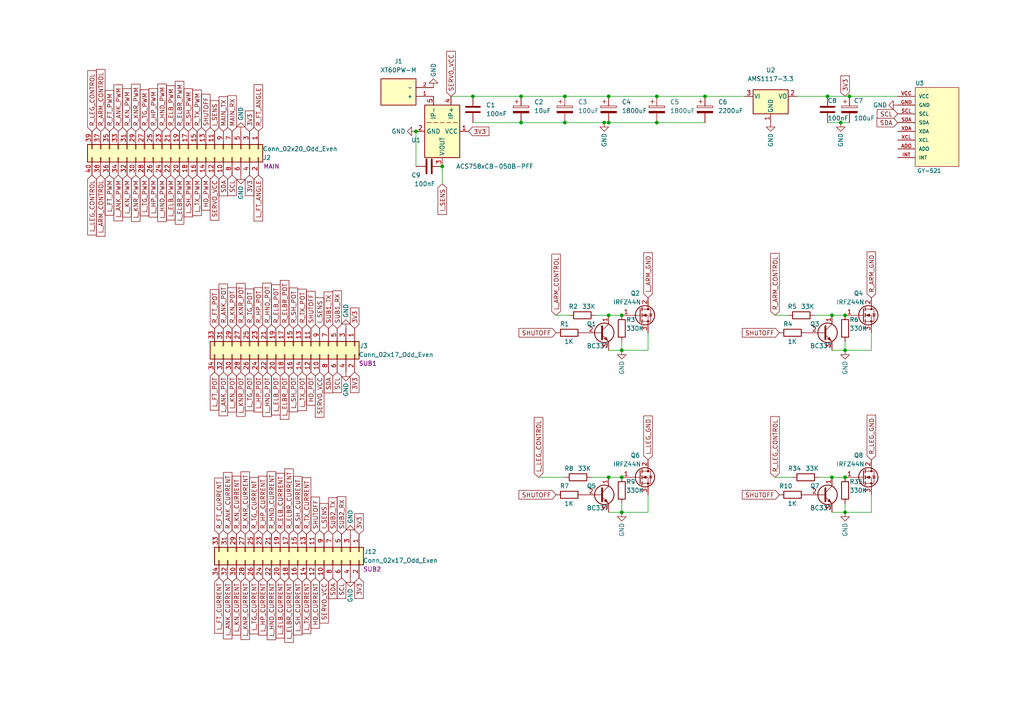
<source format=kicad_sch>
(kicad_sch (version 20230121) (generator eeschema)
  (paper "A4")
  (lib_symbols
    (symbol "Ben_modules:GY-521" (pin_names (offset 1.016))
      (property "Reference" "U" (at -5.715 13.335 0))
      (property "Value" "GY-521" (at -5.715 11.43 0))
      (symbol "GY-521_1_0"
        (rectangle (start -6.35 11.43) (end 6.35 -11.43) (fill (type background)))
      )
      (symbol "GY-521_1_1"
        (pin bidirectional line (at -11.43 -6.35 0) (length 5.08) (name "ADO") (number "ADO"))
        (pin bidirectional line (at -11.43 6.35 0) (length 5.08) (name "GND") (number "GND"))
        (pin bidirectional line (at -11.43 -8.89 0) (length 5.08) (name "INT") (number "INT"))
        (pin bidirectional line (at -11.43 3.81 0) (length 5.08) (name "SCL") (number "SCL"))
        (pin bidirectional line (at -11.43 1.27 0) (length 5.08) (name "SDA") (number "SDA"))
        (pin bidirectional line (at -11.43 8.89 0) (length 5.08) (name "VCC") (number "VCC"))
        (pin bidirectional line (at -11.43 -3.81 0) (length 5.08) (name "XCL") (number "XCL"))
        (pin bidirectional line (at -11.43 -1.27 0) (length 5.08) (name "XDA") (number "XDA"))
      )
    )
    (symbol "Ben_modules:XT60PW-M" (pin_names (offset 1.016))
      (property "Reference" "J" (at -5.08 5.7234 0))
      (property "Value" "XT60PW-M" (at -5.08 -5.0923 0))
      (symbol "XT60PW-M_0_0"
        (rectangle (start -5.08 -2.54) (end 5.08 5.08) (stroke (width 0.254)) (fill (type background)))
        (pin passive line (at -10.16 2.54 0) (length 5.08) (name "+") (number "1"))
        (pin passive line (at -10.16 0 0) (length 5.08) (name "-") (number "2"))
      )
    )
    (symbol "Connector_Generic:Conn_02x17_Odd_Even" (pin_names (offset 1.016) hide)
      (property "Reference" "J" (at 1.27 22.86 0))
      (property "Value" "Conn_02x17_Odd_Even" (at 1.27 -22.86 0))
      (symbol "Conn_02x17_Odd_Even_1_1"
        (rectangle (start -1.27 -20.193) (end 0 -20.447) (stroke (width 0.1524)))
        (rectangle (start -1.27 -17.653) (end 0 -17.907) (stroke (width 0.1524)))
        (rectangle (start -1.27 -15.113) (end 0 -15.367) (stroke (width 0.1524)))
        (rectangle (start -1.27 -12.573) (end 0 -12.827) (stroke (width 0.1524)))
        (rectangle (start -1.27 -10.033) (end 0 -10.287) (stroke (width 0.1524)))
        (rectangle (start -1.27 -7.493) (end 0 -7.747) (stroke (width 0.1524)))
        (rectangle (start -1.27 -4.953) (end 0 -5.207) (stroke (width 0.1524)))
        (rectangle (start -1.27 -2.413) (end 0 -2.667) (stroke (width 0.1524)))
        (rectangle (start -1.27 0.127) (end 0 -0.127) (stroke (width 0.1524)))
        (rectangle (start -1.27 2.667) (end 0 2.413) (stroke (width 0.1524)))
        (rectangle (start -1.27 5.207) (end 0 4.953) (stroke (width 0.1524)))
        (rectangle (start -1.27 7.747) (end 0 7.493) (stroke (width 0.1524)))
        (rectangle (start -1.27 10.287) (end 0 10.033) (stroke (width 0.1524)))
        (rectangle (start -1.27 12.827) (end 0 12.573) (stroke (width 0.1524)))
        (rectangle (start -1.27 15.367) (end 0 15.113) (stroke (width 0.1524)))
        (rectangle (start -1.27 17.907) (end 0 17.653) (stroke (width 0.1524)))
        (rectangle (start -1.27 20.447) (end 0 20.193) (stroke (width 0.1524)))
        (rectangle (start -1.27 21.59) (end 3.81 -21.59) (stroke (width 0.254)) (fill (type background)))
        (rectangle (start 3.81 -20.193) (end 2.54 -20.447) (stroke (width 0.1524)))
        (rectangle (start 3.81 -17.653) (end 2.54 -17.907) (stroke (width 0.1524)))
        (rectangle (start 3.81 -15.113) (end 2.54 -15.367) (stroke (width 0.1524)))
        (rectangle (start 3.81 -12.573) (end 2.54 -12.827) (stroke (width 0.1524)))
        (rectangle (start 3.81 -10.033) (end 2.54 -10.287) (stroke (width 0.1524)))
        (rectangle (start 3.81 -7.493) (end 2.54 -7.747) (stroke (width 0.1524)))
        (rectangle (start 3.81 -4.953) (end 2.54 -5.207) (stroke (width 0.1524)))
        (rectangle (start 3.81 -2.413) (end 2.54 -2.667) (stroke (width 0.1524)))
        (rectangle (start 3.81 0.127) (end 2.54 -0.127) (stroke (width 0.1524)))
        (rectangle (start 3.81 2.667) (end 2.54 2.413) (stroke (width 0.1524)))
        (rectangle (start 3.81 5.207) (end 2.54 4.953) (stroke (width 0.1524)))
        (rectangle (start 3.81 7.747) (end 2.54 7.493) (stroke (width 0.1524)))
        (rectangle (start 3.81 10.287) (end 2.54 10.033) (stroke (width 0.1524)))
        (rectangle (start 3.81 12.827) (end 2.54 12.573) (stroke (width 0.1524)))
        (rectangle (start 3.81 15.367) (end 2.54 15.113) (stroke (width 0.1524)))
        (rectangle (start 3.81 17.907) (end 2.54 17.653) (stroke (width 0.1524)))
        (rectangle (start 3.81 20.447) (end 2.54 20.193) (stroke (width 0.1524)))
        (pin passive line (at -5.08 20.32 0) (length 3.81) (name "Pin_1") (number "1"))
        (pin passive line (at 7.62 10.16 180) (length 3.81) (name "Pin_10") (number "10"))
        (pin passive line (at -5.08 7.62 0) (length 3.81) (name "Pin_11") (number "11"))
        (pin passive line (at 7.62 7.62 180) (length 3.81) (name "Pin_12") (number "12"))
        (pin passive line (at -5.08 5.08 0) (length 3.81) (name "Pin_13") (number "13"))
        (pin passive line (at 7.62 5.08 180) (length 3.81) (name "Pin_14") (number "14"))
        (pin passive line (at -5.08 2.54 0) (length 3.81) (name "Pin_15") (number "15"))
        (pin passive line (at 7.62 2.54 180) (length 3.81) (name "Pin_16") (number "16"))
        (pin passive line (at -5.08 0 0) (length 3.81) (name "Pin_17") (number "17"))
        (pin passive line (at 7.62 0 180) (length 3.81) (name "Pin_18") (number "18"))
        (pin passive line (at -5.08 -2.54 0) (length 3.81) (name "Pin_19") (number "19"))
        (pin passive line (at 7.62 20.32 180) (length 3.81) (name "Pin_2") (number "2"))
        (pin passive line (at 7.62 -2.54 180) (length 3.81) (name "Pin_20") (number "20"))
        (pin passive line (at -5.08 -5.08 0) (length 3.81) (name "Pin_21") (number "21"))
        (pin passive line (at 7.62 -5.08 180) (length 3.81) (name "Pin_22") (number "22"))
        (pin passive line (at -5.08 -7.62 0) (length 3.81) (name "Pin_23") (number "23"))
        (pin passive line (at 7.62 -7.62 180) (length 3.81) (name "Pin_24") (number "24"))
        (pin passive line (at -5.08 -10.16 0) (length 3.81) (name "Pin_25") (number "25"))
        (pin passive line (at 7.62 -10.16 180) (length 3.81) (name "Pin_26") (number "26"))
        (pin passive line (at -5.08 -12.7 0) (length 3.81) (name "Pin_27") (number "27"))
        (pin passive line (at 7.62 -12.7 180) (length 3.81) (name "Pin_28") (number "28"))
        (pin passive line (at -5.08 -15.24 0) (length 3.81) (name "Pin_29") (number "29"))
        (pin passive line (at -5.08 17.78 0) (length 3.81) (name "Pin_3") (number "3"))
        (pin passive line (at 7.62 -15.24 180) (length 3.81) (name "Pin_30") (number "30"))
        (pin passive line (at -5.08 -17.78 0) (length 3.81) (name "Pin_31") (number "31"))
        (pin passive line (at 7.62 -17.78 180) (length 3.81) (name "Pin_32") (number "32"))
        (pin passive line (at -5.08 -20.32 0) (length 3.81) (name "Pin_33") (number "33"))
        (pin passive line (at 7.62 -20.32 180) (length 3.81) (name "Pin_34") (number "34"))
        (pin passive line (at 7.62 17.78 180) (length 3.81) (name "Pin_4") (number "4"))
        (pin passive line (at -5.08 15.24 0) (length 3.81) (name "Pin_5") (number "5"))
        (pin passive line (at 7.62 15.24 180) (length 3.81) (name "Pin_6") (number "6"))
        (pin passive line (at -5.08 12.7 0) (length 3.81) (name "Pin_7") (number "7"))
        (pin passive line (at 7.62 12.7 180) (length 3.81) (name "Pin_8") (number "8"))
        (pin passive line (at -5.08 10.16 0) (length 3.81) (name "Pin_9") (number "9"))
      )
    )
    (symbol "Connector_Generic:Conn_02x20_Odd_Even" (pin_names (offset 1.016) hide)
      (property "Reference" "J" (at 1.27 25.4 0))
      (property "Value" "Conn_02x20_Odd_Even" (at 1.27 -27.94 0))
      (symbol "Conn_02x20_Odd_Even_1_1"
        (rectangle (start -1.27 -25.273) (end 0 -25.527) (stroke (width 0.1524)))
        (rectangle (start -1.27 -22.733) (end 0 -22.987) (stroke (width 0.1524)))
        (rectangle (start -1.27 -20.193) (end 0 -20.447) (stroke (width 0.1524)))
        (rectangle (start -1.27 -17.653) (end 0 -17.907) (stroke (width 0.1524)))
        (rectangle (start -1.27 -15.113) (end 0 -15.367) (stroke (width 0.1524)))
        (rectangle (start -1.27 -12.573) (end 0 -12.827) (stroke (width 0.1524)))
        (rectangle (start -1.27 -10.033) (end 0 -10.287) (stroke (width 0.1524)))
        (rectangle (start -1.27 -7.493) (end 0 -7.747) (stroke (width 0.1524)))
        (rectangle (start -1.27 -4.953) (end 0 -5.207) (stroke (width 0.1524)))
        (rectangle (start -1.27 -2.413) (end 0 -2.667) (stroke (width 0.1524)))
        (rectangle (start -1.27 0.127) (end 0 -0.127) (stroke (width 0.1524)))
        (rectangle (start -1.27 2.667) (end 0 2.413) (stroke (width 0.1524)))
        (rectangle (start -1.27 5.207) (end 0 4.953) (stroke (width 0.1524)))
        (rectangle (start -1.27 7.747) (end 0 7.493) (stroke (width 0.1524)))
        (rectangle (start -1.27 10.287) (end 0 10.033) (stroke (width 0.1524)))
        (rectangle (start -1.27 12.827) (end 0 12.573) (stroke (width 0.1524)))
        (rectangle (start -1.27 15.367) (end 0 15.113) (stroke (width 0.1524)))
        (rectangle (start -1.27 17.907) (end 0 17.653) (stroke (width 0.1524)))
        (rectangle (start -1.27 20.447) (end 0 20.193) (stroke (width 0.1524)))
        (rectangle (start -1.27 22.987) (end 0 22.733) (stroke (width 0.1524)))
        (rectangle (start -1.27 24.13) (end 3.81 -26.67) (stroke (width 0.254)) (fill (type background)))
        (rectangle (start 3.81 -25.273) (end 2.54 -25.527) (stroke (width 0.1524)))
        (rectangle (start 3.81 -22.733) (end 2.54 -22.987) (stroke (width 0.1524)))
        (rectangle (start 3.81 -20.193) (end 2.54 -20.447) (stroke (width 0.1524)))
        (rectangle (start 3.81 -17.653) (end 2.54 -17.907) (stroke (width 0.1524)))
        (rectangle (start 3.81 -15.113) (end 2.54 -15.367) (stroke (width 0.1524)))
        (rectangle (start 3.81 -12.573) (end 2.54 -12.827) (stroke (width 0.1524)))
        (rectangle (start 3.81 -10.033) (end 2.54 -10.287) (stroke (width 0.1524)))
        (rectangle (start 3.81 -7.493) (end 2.54 -7.747) (stroke (width 0.1524)))
        (rectangle (start 3.81 -4.953) (end 2.54 -5.207) (stroke (width 0.1524)))
        (rectangle (start 3.81 -2.413) (end 2.54 -2.667) (stroke (width 0.1524)))
        (rectangle (start 3.81 0.127) (end 2.54 -0.127) (stroke (width 0.1524)))
        (rectangle (start 3.81 2.667) (end 2.54 2.413) (stroke (width 0.1524)))
        (rectangle (start 3.81 5.207) (end 2.54 4.953) (stroke (width 0.1524)))
        (rectangle (start 3.81 7.747) (end 2.54 7.493) (stroke (width 0.1524)))
        (rectangle (start 3.81 10.287) (end 2.54 10.033) (stroke (width 0.1524)))
        (rectangle (start 3.81 12.827) (end 2.54 12.573) (stroke (width 0.1524)))
        (rectangle (start 3.81 15.367) (end 2.54 15.113) (stroke (width 0.1524)))
        (rectangle (start 3.81 17.907) (end 2.54 17.653) (stroke (width 0.1524)))
        (rectangle (start 3.81 20.447) (end 2.54 20.193) (stroke (width 0.1524)))
        (rectangle (start 3.81 22.987) (end 2.54 22.733) (stroke (width 0.1524)))
        (pin passive line (at -5.08 22.86 0) (length 3.81) (name "Pin_1") (number "1"))
        (pin passive line (at 7.62 12.7 180) (length 3.81) (name "Pin_10") (number "10"))
        (pin passive line (at -5.08 10.16 0) (length 3.81) (name "Pin_11") (number "11"))
        (pin passive line (at 7.62 10.16 180) (length 3.81) (name "Pin_12") (number "12"))
        (pin passive line (at -5.08 7.62 0) (length 3.81) (name "Pin_13") (number "13"))
        (pin passive line (at 7.62 7.62 180) (length 3.81) (name "Pin_14") (number "14"))
        (pin passive line (at -5.08 5.08 0) (length 3.81) (name "Pin_15") (number "15"))
        (pin passive line (at 7.62 5.08 180) (length 3.81) (name "Pin_16") (number "16"))
        (pin passive line (at -5.08 2.54 0) (length 3.81) (name "Pin_17") (number "17"))
        (pin passive line (at 7.62 2.54 180) (length 3.81) (name "Pin_18") (number "18"))
        (pin passive line (at -5.08 0 0) (length 3.81) (name "Pin_19") (number "19"))
        (pin passive line (at 7.62 22.86 180) (length 3.81) (name "Pin_2") (number "2"))
        (pin passive line (at 7.62 0 180) (length 3.81) (name "Pin_20") (number "20"))
        (pin passive line (at -5.08 -2.54 0) (length 3.81) (name "Pin_21") (number "21"))
        (pin passive line (at 7.62 -2.54 180) (length 3.81) (name "Pin_22") (number "22"))
        (pin passive line (at -5.08 -5.08 0) (length 3.81) (name "Pin_23") (number "23"))
        (pin passive line (at 7.62 -5.08 180) (length 3.81) (name "Pin_24") (number "24"))
        (pin passive line (at -5.08 -7.62 0) (length 3.81) (name "Pin_25") (number "25"))
        (pin passive line (at 7.62 -7.62 180) (length 3.81) (name "Pin_26") (number "26"))
        (pin passive line (at -5.08 -10.16 0) (length 3.81) (name "Pin_27") (number "27"))
        (pin passive line (at 7.62 -10.16 180) (length 3.81) (name "Pin_28") (number "28"))
        (pin passive line (at -5.08 -12.7 0) (length 3.81) (name "Pin_29") (number "29"))
        (pin passive line (at -5.08 20.32 0) (length 3.81) (name "Pin_3") (number "3"))
        (pin passive line (at 7.62 -12.7 180) (length 3.81) (name "Pin_30") (number "30"))
        (pin passive line (at -5.08 -15.24 0) (length 3.81) (name "Pin_31") (number "31"))
        (pin passive line (at 7.62 -15.24 180) (length 3.81) (name "Pin_32") (number "32"))
        (pin passive line (at -5.08 -17.78 0) (length 3.81) (name "Pin_33") (number "33"))
        (pin passive line (at 7.62 -17.78 180) (length 3.81) (name "Pin_34") (number "34"))
        (pin passive line (at -5.08 -20.32 0) (length 3.81) (name "Pin_35") (number "35"))
        (pin passive line (at 7.62 -20.32 180) (length 3.81) (name "Pin_36") (number "36"))
        (pin passive line (at -5.08 -22.86 0) (length 3.81) (name "Pin_37") (number "37"))
        (pin passive line (at 7.62 -22.86 180) (length 3.81) (name "Pin_38") (number "38"))
        (pin passive line (at -5.08 -25.4 0) (length 3.81) (name "Pin_39") (number "39"))
        (pin passive line (at 7.62 20.32 180) (length 3.81) (name "Pin_4") (number "4"))
        (pin passive line (at 7.62 -25.4 180) (length 3.81) (name "Pin_40") (number "40"))
        (pin passive line (at -5.08 17.78 0) (length 3.81) (name "Pin_5") (number "5"))
        (pin passive line (at 7.62 17.78 180) (length 3.81) (name "Pin_6") (number "6"))
        (pin passive line (at -5.08 15.24 0) (length 3.81) (name "Pin_7") (number "7"))
        (pin passive line (at 7.62 15.24 180) (length 3.81) (name "Pin_8") (number "8"))
        (pin passive line (at -5.08 12.7 0) (length 3.81) (name "Pin_9") (number "9"))
      )
    )
    (symbol "Device:C" (pin_numbers hide) (pin_names (offset 0.254))
      (property "Reference" "C" (at 0.635 2.54 0))
      (property "Value" "C" (at 0.635 -2.54 0))
      (symbol "C_0_1"
        (polyline (pts (xy -2.032 -0.762) (xy 2.032 -0.762)) (stroke (width 0.508)))
        (polyline (pts (xy -2.032 0.762) (xy 2.032 0.762)) (stroke (width 0.508)))
      )
      (symbol "C_1_1"
        (pin passive line (at 0 3.81 270) (length 2.794) (name "~") (number "1"))
        (pin passive line (at 0 -3.81 90) (length 2.794) (name "~") (number "2"))
      )
    )
    (symbol "Device:C_Polarized" (pin_numbers hide) (pin_names (offset 0.254))
      (property "Reference" "C" (at 0.635 2.54 0))
      (property "Value" "C_Polarized" (at 0.635 -2.54 0))
      (symbol "C_Polarized_0_1"
        (rectangle (start -2.286 0.508) (end 2.286 1.016))
        (polyline (pts (xy -1.778 2.286) (xy -0.762 2.286)))
        (polyline (pts (xy -1.27 2.794) (xy -1.27 1.778)))
        (rectangle (start 2.286 -0.508) (end -2.286 -1.016) (fill (type outline)))
      )
      (symbol "C_Polarized_1_1"
        (pin passive line (at 0 3.81 270) (length 2.794) (name "~") (number "1"))
        (pin passive line (at 0 -3.81 90) (length 2.794) (name "~") (number "2"))
      )
    )
    (symbol "Device:R" (pin_numbers hide) (pin_names (offset 0))
      (property "Reference" "R" (at 2.032 0 90))
      (property "Value" "R" (at 0 0 90))
      (symbol "R_0_1"
        (rectangle (start -1.016 -2.54) (end 1.016 2.54) (stroke (width 0.254)))
      )
      (symbol "R_1_1"
        (pin passive line (at 0 3.81 270) (length 1.27) (name "~") (number "1"))
        (pin passive line (at 0 -3.81 90) (length 1.27) (name "~") (number "2"))
      )
    )
    (symbol "Regulator_Linear:AMS1117-3.3" (pin_names (offset 0.254))
      (property "Reference" "U" (at -3.81 3.175 0))
      (property "Value" "AMS1117-3.3" (at 0 3.175 0))
      (symbol "AMS1117-3.3_0_1"
        (rectangle (start -5.08 -5.08) (end 5.08 1.905) (stroke (width 0.254)) (fill (type background)))
      )
      (symbol "AMS1117-3.3_1_1"
        (pin power_in line (at 0 -7.62 90) (length 2.54) (name "GND") (number "1"))
        (pin power_out line (at 7.62 0 180) (length 2.54) (name "VO") (number "2"))
        (pin power_in line (at -7.62 0 0) (length 2.54) (name "VI") (number "3"))
      )
    )
    (symbol "Sensor_Current:ACS758xCB-050B-PFF"
      (property "Reference" "U" (at -7.62 6.35 0))
      (property "Value" "ACS758xCB-050B-PFF" (at 2.54 6.35 0))
      (symbol "ACS758xCB-050B-PFF_0_1"
        (rectangle (start -7.62 5.08) (end 7.62 -5.08) (stroke (width 0.254)) (fill (type background)))
        (polyline (pts (xy -2.54 -3.175) (xy -2.54 -4.445)))
        (polyline (pts (xy -2.54 -1.27) (xy -2.54 -2.54)))
        (polyline (pts (xy -2.54 0.635) (xy -2.54 -0.635)))
        (polyline (pts (xy -2.54 1.27) (xy -2.54 2.54)))
        (polyline (pts (xy -2.54 3.175) (xy -2.54 4.445)))
      )
      (symbol "ACS758xCB-050B-PFF_1_1"
        (pin power_in line (at 0 7.62 270) (length 2.54) (name "VCC") (number "1"))
        (pin power_in line (at 0 -7.62 90) (length 2.54) (name "GND") (number "2"))
        (pin output line (at 10.16 0 180) (length 2.54) (name "VIOUT") (number "3"))
        (pin passive line (at -10.16 2.54 0) (length 2.54) (name "IP+") (number "4"))
        (pin passive line (at -10.16 -2.54 0) (length 2.54) (name "IP-") (number "5"))
      )
    )
    (symbol "Transistor_BJT:BC337" (pin_names (offset 0) hide)
      (property "Reference" "Q" (at 5.08 1.905 0))
      (property "Value" "BC337" (at 5.08 0 0))
      (symbol "BC337_0_1"
        (polyline (pts (xy 0 0) (xy 0.635 0)))
        (polyline (pts (xy 0.635 0.635) (xy 2.54 2.54)))
        (polyline (pts (xy 0.635 -0.635) (xy 2.54 -2.54) (xy 2.54 -2.54)))
        (polyline (pts (xy 0.635 1.905) (xy 0.635 -1.905) (xy 0.635 -1.905)) (stroke (width 0.508)))
        (polyline (pts (xy 1.27 -1.778) (xy 1.778 -1.27) (xy 2.286 -2.286) (xy 1.27 -1.778) (xy 1.27 -1.778)) (fill (type outline)))
        (circle (center 1.27 0) (radius 2.8194) (stroke (width 0.254)))
      )
      (symbol "BC337_1_1"
        (pin passive line (at 2.54 5.08 270) (length 2.54) (name "C") (number "1"))
        (pin input line (at -5.08 0 0) (length 5.08) (name "B") (number "2"))
        (pin passive line (at 2.54 -5.08 90) (length 2.54) (name "E") (number "3"))
      )
    )
    (symbol "Transistor_FET:IRF540N" (pin_names hide)
      (property "Reference" "Q" (at 6.35 1.905 0))
      (property "Value" "IRF540N" (at 6.35 0 0))
      (symbol "IRF540N_0_1"
        (polyline (pts (xy 0.254 0) (xy -2.54 0)))
        (polyline (pts (xy 0.254 1.905) (xy 0.254 -1.905)) (stroke (width 0.254)))
        (polyline (pts (xy 0.762 -1.27) (xy 0.762 -2.286)) (stroke (width 0.254)))
        (polyline (pts (xy 0.762 0.508) (xy 0.762 -0.508)) (stroke (width 0.254)))
        (polyline (pts (xy 0.762 2.286) (xy 0.762 1.27)) (stroke (width 0.254)))
        (polyline (pts (xy 2.54 2.54) (xy 2.54 1.778)))
        (polyline (pts (xy 2.54 -2.54) (xy 2.54 0) (xy 0.762 0)))
        (polyline (pts (xy 0.762 -1.778) (xy 3.302 -1.778) (xy 3.302 1.778) (xy 0.762 1.778)))
        (polyline (pts (xy 1.016 0) (xy 2.032 0.381) (xy 2.032 -0.381) (xy 1.016 0)) (fill (type outline)))
        (polyline (pts (xy 2.794 0.508) (xy 2.921 0.381) (xy 3.683 0.381) (xy 3.81 0.254)))
        (polyline (pts (xy 3.302 0.381) (xy 2.921 -0.254) (xy 3.683 -0.254) (xy 3.302 0.381)))
        (circle (center 1.651 0) (radius 2.794) (stroke (width 0.254)))
        (circle (center 2.54 -1.778) (radius 0.254) (fill (type outline)))
        (circle (center 2.54 1.778) (radius 0.254) (fill (type outline)))
      )
      (symbol "IRF540N_1_1"
        (pin input line (at -5.08 0 0) (length 2.54) (name "G") (number "1"))
        (pin passive line (at 2.54 5.08 270) (length 2.54) (name "D") (number "2"))
        (pin passive line (at 2.54 -5.08 90) (length 2.54) (name "S") (number "3"))
      )
    )
    (symbol "power:GND" (power) (pin_names (offset 0))
      (property "Value" "GND" (at 0 -3.81 0))
      (symbol "GND_0_1"
        (polyline (pts (xy 0 0) (xy 0 -1.27) (xy 1.27 -1.27) (xy 0 -2.54) (xy -1.27 -1.27) (xy 0 -1.27)))
      )
      (symbol "GND_1_1"
        (pin power_in line (at 0 0 270) (length 0) hide (name "GND") (number "1"))
      )
    )
  )
  (junction (at 204.47 27.94))
  (junction (at 176.53 91.44))
  (junction (at 246.38 27.94))
  (junction (at 241.3 91.44))
  (junction (at 163.83 27.94))
  (junction (at 176.53 27.94))
  (junction (at 176.53 138.43))
  (junction (at 243.84 35.56))
  (junction (at 180.34 138.43))
  (junction (at 245.11 101.6))
  (junction (at 180.34 101.6))
  (junction (at 245.11 138.43))
  (junction (at 190.5 27.94))
  (junction (at 163.83 35.56))
  (junction (at 180.34 91.44))
  (junction (at 120.65 38.1))
  (junction (at 128.27 48.26))
  (junction (at 176.53 35.56))
  (junction (at 175.26 35.56))
  (junction (at 241.3 138.43))
  (junction (at 180.34 148.59))
  (junction (at 190.5 35.56))
  (junction (at 240.03 27.94))
  (junction (at 151.13 35.56))
  (junction (at 245.11 148.59))
  (junction (at 151.13 27.94))
  (junction (at 245.11 91.44))
  (junction (at 137.16 27.94))
  (wire (pts (xy 241.3 101.6) (xy 245.11 101.6)))
  (wire (pts (xy 151.13 35.56) (xy 163.83 35.56)))
  (wire (pts (xy 130.81 27.94) (xy 137.16 27.94)))
  (wire (pts (xy 161.29 91.44) (xy 165.1 91.44)))
  (wire (pts (xy 190.5 27.94) (xy 204.47 27.94)))
  (wire (pts (xy 187.96 143.51) (xy 187.96 148.59)))
  (wire (pts (xy 245.11 148.59) (xy 245.11 146.05)))
  (wire (pts (xy 241.3 138.43) (xy 245.11 138.43)))
  (wire (pts (xy 187.96 96.52) (xy 187.96 101.6)))
  (wire (pts (xy 240.03 35.56) (xy 243.84 35.56)))
  (wire (pts (xy 163.83 35.56) (xy 175.26 35.56)))
  (wire (pts (xy 137.16 35.56) (xy 151.13 35.56)))
  (wire (pts (xy 163.83 27.94) (xy 176.53 27.94)))
  (wire (pts (xy 187.96 148.59) (xy 180.34 148.59)))
  (wire (pts (xy 176.53 35.56) (xy 190.5 35.56)))
  (wire (pts (xy 187.96 101.6) (xy 180.34 101.6)))
  (wire (pts (xy 180.34 148.59) (xy 180.34 146.05)))
  (wire (pts (xy 231.14 27.94) (xy 240.03 27.94)))
  (wire (pts (xy 224.79 91.44) (xy 228.6 91.44)))
  (wire (pts (xy 204.47 27.94) (xy 215.9 27.94)))
  (wire (pts (xy 241.3 148.59) (xy 245.11 148.59)))
  (wire (pts (xy 151.13 27.94) (xy 163.83 27.94)))
  (wire (pts (xy 243.84 35.56) (xy 246.38 35.56)))
  (wire (pts (xy 224.79 138.43) (xy 229.87 138.43)))
  (wire (pts (xy 137.16 27.94) (xy 151.13 27.94)))
  (wire (pts (xy 175.26 35.56) (xy 176.53 35.56)))
  (wire (pts (xy 252.73 143.51) (xy 252.73 148.59)))
  (wire (pts (xy 176.53 27.94) (xy 190.5 27.94)))
  (wire (pts (xy 246.38 27.94) (xy 260.35 27.94)))
  (wire (pts (xy 176.53 148.59) (xy 180.34 148.59)))
  (wire (pts (xy 172.72 91.44) (xy 176.53 91.44)))
  (wire (pts (xy 176.53 101.6) (xy 180.34 101.6)))
  (wire (pts (xy 237.49 138.43) (xy 241.3 138.43)))
  (wire (pts (xy 236.22 91.44) (xy 241.3 91.44)))
  (wire (pts (xy 252.73 101.6) (xy 245.11 101.6)))
  (wire (pts (xy 176.53 91.44) (xy 180.34 91.44)))
  (wire (pts (xy 176.53 138.43) (xy 180.34 138.43)))
  (wire (pts (xy 245.11 101.6) (xy 245.11 99.06)))
  (wire (pts (xy 180.34 101.6) (xy 180.34 99.06)))
  (wire (pts (xy 171.45 138.43) (xy 176.53 138.43)))
  (wire (pts (xy 190.5 35.56) (xy 204.47 35.56)))
  (wire (pts (xy 252.73 148.59) (xy 245.11 148.59)))
  (wire (pts (xy 252.73 96.52) (xy 252.73 101.6)))
  (wire (pts (xy 241.3 91.44) (xy 245.11 91.44)))
  (wire (pts (xy 128.27 53.34) (xy 128.27 48.26)))
  (wire (pts (xy 240.03 27.94) (xy 246.38 27.94)))
  (wire (pts (xy 156.21 138.43) (xy 163.83 138.43)))
  (wire (pts (xy 120.65 38.1) (xy 120.65 48.26)))
  (global_label "SHUTOFF" (shape input) (at 59.69 38.1 90) (property "Intersheetrefs" "${INTERSHEET_REFS}" (effects hide)))
  (global_label "L_HND_POT" (shape input) (at 77.47 107.95 270) (property "Intersheetrefs" "${INTERSHEET_REFS}" (effects hide)))
  (global_label "R_FT_POT" (shape input) (at 62.23 95.25 90) (property "Intersheetrefs" "${INTERSHEET_REFS}" (effects hide)))
  (global_label "L_TX_CURRENT" (shape input) (at 88.9 167.64 270) (property "Intersheetrefs" "${INTERSHEET_REFS}" (effects hide)))
  (global_label "SERVO_VCC" (shape input) (at 92.71 107.95 270) (property "Intersheetrefs" "${INTERSHEET_REFS}" (effects hide)))
  (global_label "L_ARM_GND" (shape input) (at 187.96 86.36 90) (property "Intersheetrefs" "${INTERSHEET_REFS}" (effects hide)))
  (global_label "R_SH_POT" (shape input) (at 85.09 95.25 90) (property "Intersheetrefs" "${INTERSHEET_REFS}" (effects hide)))
  (global_label "R_TX_CURRENT" (shape input) (at 88.9 154.94 90) (property "Intersheetrefs" "${INTERSHEET_REFS}" (effects hide)))
  (global_label "L_HND_CURRENT" (shape input) (at 78.74 167.64 270) (property "Intersheetrefs" "${INTERSHEET_REFS}" (effects hide)))
  (global_label "R_LEG_CONTROL" (shape input) (at 224.79 138.43 90) (property "Intersheetrefs" "${INTERSHEET_REFS}" (effects hide)))
  (global_label "3V3" (shape input) (at 102.87 95.25 90) (property "Intersheetrefs" "${INTERSHEET_REFS}" (effects hide)))
  (global_label "L_ELB_CURRENT" (shape input) (at 81.28 167.64 270) (property "Intersheetrefs" "${INTERSHEET_REFS}" (effects hide)))
  (global_label "R_TG_CURRENT" (shape input) (at 73.66 154.94 90) (property "Intersheetrefs" "${INTERSHEET_REFS}" (effects hide)))
  (global_label "SCL" (shape input) (at 67.31 50.8 270) (property "Intersheetrefs" "${INTERSHEET_REFS}" (effects hide)))
  (global_label "SDA" (shape input) (at 260.35 35.56 180) (property "Intersheetrefs" "${INTERSHEET_REFS}" (effects hide)))
  (global_label "R_ANK_POT" (shape input) (at 64.77 95.25 90) (property "Intersheetrefs" "${INTERSHEET_REFS}" (effects hide)))
  (global_label "R_ELB_POT" (shape input) (at 80.01 95.25 90) (property "Intersheetrefs" "${INTERSHEET_REFS}" (effects hide)))
  (global_label "L_LEG_GND" (shape input) (at 187.96 133.35 90) (property "Intersheetrefs" "${INTERSHEET_REFS}" (effects hide)))
  (global_label "SDA" (shape input) (at 96.52 167.64 270) (property "Intersheetrefs" "${INTERSHEET_REFS}" (effects hide)))
  (global_label "L_ARM_CONTROL" (shape input) (at 161.29 91.44 90) (property "Intersheetrefs" "${INTERSHEET_REFS}" (effects hide)))
  (global_label "SCL" (shape input) (at 260.35 33.02 180) (property "Intersheetrefs" "${INTERSHEET_REFS}" (effects hide)))
  (global_label "L_TX_PWM" (shape input) (at 57.15 50.8 270) (property "Intersheetrefs" "${INTERSHEET_REFS}" (effects hide)))
  (global_label "L_KN_POT" (shape input) (at 67.31 107.95 270) (property "Intersheetrefs" "${INTERSHEET_REFS}" (effects hide)))
  (global_label "R_KN_PWM" (shape input) (at 36.83 38.1 90) (property "Intersheetrefs" "${INTERSHEET_REFS}" (effects hide)))
  (global_label "SUB2_TX" (shape input) (at 96.52 154.94 90) (property "Intersheetrefs" "${INTERSHEET_REFS}" (effects hide)))
  (global_label "R_LEG_GND" (shape input) (at 252.73 133.35 90) (property "Intersheetrefs" "${INTERSHEET_REFS}" (effects hide)))
  (global_label "R_TX_POT" (shape input) (at 87.63 95.25 90) (property "Intersheetrefs" "${INTERSHEET_REFS}" (effects hide)))
  (global_label "3V3" (shape input) (at 102.87 107.95 270) (property "Intersheetrefs" "${INTERSHEET_REFS}" (effects hide)))
  (global_label "SHUTOFF" (shape input) (at 90.17 95.25 90) (property "Intersheetrefs" "${INTERSHEET_REFS}" (effects hide)))
  (global_label "L_ELB_PWM" (shape input) (at 49.53 50.8 270) (property "Intersheetrefs" "${INTERSHEET_REFS}" (effects hide)))
  (global_label "R_KN_CURRENT" (shape input) (at 68.58 154.94 90) (property "Intersheetrefs" "${INTERSHEET_REFS}" (effects hide)))
  (global_label "L_KN_PWM" (shape input) (at 36.83 50.8 270) (property "Intersheetrefs" "${INTERSHEET_REFS}" (effects hide)))
  (global_label "L_TG_PWM" (shape input) (at 41.91 50.8 270) (property "Intersheetrefs" "${INTERSHEET_REFS}" (effects hide)))
  (global_label "L_SH_PWM" (shape input) (at 54.61 50.8 270) (property "Intersheetrefs" "${INTERSHEET_REFS}" (effects hide)))
  (global_label "I_SENS" (shape input) (at 62.23 38.1 90) (property "Intersheetrefs" "${INTERSHEET_REFS}" (effects hide)))
  (global_label "HD_POT" (shape input) (at 90.17 107.95 270) (property "Intersheetrefs" "${INTERSHEET_REFS}" (effects hide)))
  (global_label "I_SENS" (shape input) (at 128.27 53.34 270) (property "Intersheetrefs" "${INTERSHEET_REFS}" (effects hide)))
  (global_label "SERVO_VCC" (shape input) (at 130.81 27.94 90) (property "Intersheetrefs" "${INTERSHEET_REFS}" (effects hide)))
  (global_label "L_KNR_POT" (shape input) (at 69.85 107.95 270) (property "Intersheetrefs" "${INTERSHEET_REFS}" (effects hide)))
  (global_label "SERVO_VCC" (shape input) (at 62.23 50.8 270) (property "Intersheetrefs" "${INTERSHEET_REFS}" (effects hide)))
  (global_label "L_ELBR_CURRENT" (shape input) (at 83.82 167.64 270) (property "Intersheetrefs" "${INTERSHEET_REFS}" (effects hide)))
  (global_label "SUB2_RX" (shape input) (at 99.06 154.94 90) (property "Intersheetrefs" "${INTERSHEET_REFS}" (effects hide)))
  (global_label "L_TX_POT" (shape input) (at 87.63 107.95 270) (property "Intersheetrefs" "${INTERSHEET_REFS}" (effects hide)))
  (global_label "SDA" (shape input) (at 64.77 50.8 270) (property "Intersheetrefs" "${INTERSHEET_REFS}" (effects hide)))
  (global_label "3V3" (shape input) (at 72.39 38.1 90) (property "Intersheetrefs" "${INTERSHEET_REFS}" (effects hide)))
  (global_label "R_HND_PWM" (shape input) (at 46.99 38.1 90) (property "Intersheetrefs" "${INTERSHEET_REFS}" (effects hide)))
  (global_label "R_ANK_PWM" (shape input) (at 34.29 38.1 90) (property "Intersheetrefs" "${INTERSHEET_REFS}" (effects hide)))
  (global_label "R_SH_CURRENT" (shape input) (at 86.36 154.94 90) (property "Intersheetrefs" "${INTERSHEET_REFS}" (effects hide)))
  (global_label "L_HP_PWM" (shape input) (at 44.45 50.8 270) (property "Intersheetrefs" "${INTERSHEET_REFS}" (effects hide)))
  (global_label "R_HP_PWM" (shape input) (at 44.45 38.1 90) (property "Intersheetrefs" "${INTERSHEET_REFS}" (effects hide)))
  (global_label "SDA" (shape input) (at 95.25 107.95 270) (property "Intersheetrefs" "${INTERSHEET_REFS}" (effects hide)))
  (global_label "L_TG_CURRENT" (shape input) (at 73.66 167.64 270) (property "Intersheetrefs" "${INTERSHEET_REFS}" (effects hide)))
  (global_label "R_TG_PWM" (shape input) (at 41.91 38.1 90) (property "Intersheetrefs" "${INTERSHEET_REFS}" (effects hide)))
  (global_label "SHUTOFF" (shape input) (at 161.29 96.52 180) (property "Intersheetrefs" "${INTERSHEET_REFS}" (effects hide)))
  (global_label "I_SENS" (shape input) (at 92.71 95.25 90) (property "Intersheetrefs" "${INTERSHEET_REFS}" (effects hide)))
  (global_label "L_FT_CURRENT" (shape input) (at 63.5 167.64 270) (property "Intersheetrefs" "${INTERSHEET_REFS}" (effects hide)))
  (global_label "R_ARM_GND" (shape input) (at 252.73 86.36 90) (property "Intersheetrefs" "${INTERSHEET_REFS}" (effects hide)))
  (global_label "SUB1_TX" (shape input) (at 95.25 95.25 90) (property "Intersheetrefs" "${INTERSHEET_REFS}" (effects hide)))
  (global_label "SHUTOFF" (shape input) (at 161.29 143.51 180) (property "Intersheetrefs" "${INTERSHEET_REFS}" (effects hide)))
  (global_label "SUB1_RX" (shape input) (at 97.79 95.25 90) (property "Intersheetrefs" "${INTERSHEET_REFS}" (effects hide)))
  (global_label "R_KNR_PWM" (shape input) (at 39.37 38.1 90) (property "Intersheetrefs" "${INTERSHEET_REFS}" (effects hide)))
  (global_label "MAIN_RX" (shape input) (at 67.31 38.1 90) (property "Intersheetrefs" "${INTERSHEET_REFS}" (effects hide)))
  (global_label "L_HP_CURRENT" (shape input) (at 76.2 167.64 270) (property "Intersheetrefs" "${INTERSHEET_REFS}" (effects hide)))
  (global_label "SHUTOFF" (shape input) (at 226.06 143.51 180) (property "Intersheetrefs" "${INTERSHEET_REFS}" (effects hide)))
  (global_label "R_FT_CURRENT" (shape input) (at 63.5 154.94 90) (property "Intersheetrefs" "${INTERSHEET_REFS}" (effects hide)))
  (global_label "I_SENS" (shape input) (at 93.98 154.94 90) (property "Intersheetrefs" "${INTERSHEET_REFS}" (effects hide)))
  (global_label "L_ELBR_POT" (shape input) (at 82.55 107.95 270) (property "Intersheetrefs" "${INTERSHEET_REFS}" (effects hide)))
  (global_label "3V3" (shape input) (at 104.14 154.94 90) (property "Intersheetrefs" "${INTERSHEET_REFS}" (effects hide)))
  (global_label "3V3" (shape input) (at 72.39 50.8 270) (property "Intersheetrefs" "${INTERSHEET_REFS}" (effects hide)))
  (global_label "3V3" (shape input) (at 135.89 38.1 0) (property "Intersheetrefs" "${INTERSHEET_REFS}" (effects hide)))
  (global_label "R_LEG_CONTROL" (shape input) (at 26.67 38.1 90) (property "Intersheetrefs" "${INTERSHEET_REFS}" (effects hide)))
  (global_label "R_KNR_POT" (shape input) (at 69.85 95.25 90) (property "Intersheetrefs" "${INTERSHEET_REFS}" (effects hide)))
  (global_label "R_ANK_CURRENT" (shape input) (at 66.04 154.94 90) (property "Intersheetrefs" "${INTERSHEET_REFS}" (effects hide)))
  (global_label "L_ANK_CURRENT" (shape input) (at 66.04 167.64 270) (property "Intersheetrefs" "${INTERSHEET_REFS}" (effects hide)))
  (global_label "L_ARM_CONTROL" (shape input) (at 29.21 50.8 270) (property "Intersheetrefs" "${INTERSHEET_REFS}" (effects hide)))
  (global_label "SHUTOFF" (shape input) (at 226.06 96.52 180) (property "Intersheetrefs" "${INTERSHEET_REFS}" (effects hide)))
  (global_label "L_ELB_POT" (shape input) (at 80.01 107.95 270) (property "Intersheetrefs" "${INTERSHEET_REFS}" (effects hide)))
  (global_label "R_ARM_CONTROL" (shape input) (at 224.79 91.44 90) (property "Intersheetrefs" "${INTERSHEET_REFS}" (effects hide)))
  (global_label "L_FT_PWM" (shape input) (at 31.75 50.8 270) (property "Intersheetrefs" "${INTERSHEET_REFS}" (effects hide)))
  (global_label "R_ARM_CONTROL" (shape input) (at 29.21 38.1 90) (property "Intersheetrefs" "${INTERSHEET_REFS}" (effects hide)))
  (global_label "R_HP_CURRENT" (shape input) (at 76.2 154.94 90) (property "Intersheetrefs" "${INTERSHEET_REFS}" (effects hide)))
  (global_label "R_ELBR_CURRENT" (shape input) (at 83.82 154.94 90) (property "Intersheetrefs" "${INTERSHEET_REFS}" (effects hide)))
  (global_label "R_TG_POT" (shape input) (at 72.39 95.25 90) (property "Intersheetrefs" "${INTERSHEET_REFS}" (effects hide)))
  (global_label "L_ELBR_PWM" (shape input) (at 52.07 50.8 270) (property "Intersheetrefs" "${INTERSHEET_REFS}" (effects hide)))
  (global_label "SCL" (shape input) (at 99.06 167.64 270) (property "Intersheetrefs" "${INTERSHEET_REFS}" (effects hide)))
  (global_label "L_LEG_CONTROL" (shape input) (at 26.67 50.8 270) (property "Intersheetrefs" "${INTERSHEET_REFS}" (effects hide)))
  (global_label "MAIN_TX" (shape input) (at 64.77 38.1 90) (property "Intersheetrefs" "${INTERSHEET_REFS}" (effects hide)))
  (global_label "R_KN_POT" (shape input) (at 67.31 95.25 90) (property "Intersheetrefs" "${INTERSHEET_REFS}" (effects hide)))
  (global_label "SCL" (shape input) (at 97.79 107.95 270) (property "Intersheetrefs" "${INTERSHEET_REFS}" (effects hide)))
  (global_label "R_HP_POT" (shape input) (at 74.93 95.25 90) (property "Intersheetrefs" "${INTERSHEET_REFS}" (effects hide)))
  (global_label "R_ELBR_PWM" (shape input) (at 52.07 38.1 90) (property "Intersheetrefs" "${INTERSHEET_REFS}" (effects hide)))
  (global_label "L_LEG_CONTROL" (shape input) (at 156.21 138.43 90) (property "Intersheetrefs" "${INTERSHEET_REFS}" (effects hide)))
  (global_label "SHUTOFF" (shape input) (at 91.44 154.94 90) (property "Intersheetrefs" "${INTERSHEET_REFS}" (effects hide)))
  (global_label "R_KNR_CURRENT" (shape input) (at 71.12 154.94 90) (property "Intersheetrefs" "${INTERSHEET_REFS}" (effects hide)))
  (global_label "L_HP_POT" (shape input) (at 74.93 107.95 270) (property "Intersheetrefs" "${INTERSHEET_REFS}" (effects hide)))
  (global_label "L_TG_POT" (shape input) (at 72.39 107.95 270) (property "Intersheetrefs" "${INTERSHEET_REFS}" (effects hide)))
  (global_label "3V3" (shape input) (at 104.14 167.64 270) (property "Intersheetrefs" "${INTERSHEET_REFS}" (effects hide)))
  (global_label "L_KN_CURRENT" (shape input) (at 68.58 167.64 270) (property "Intersheetrefs" "${INTERSHEET_REFS}" (effects hide)))
  (global_label "R_TX_PWM" (shape input) (at 57.15 38.1 90) (property "Intersheetrefs" "${INTERSHEET_REFS}" (effects hide)))
  (global_label "R_FT_PWM" (shape input) (at 31.75 38.1 90) (property "Intersheetrefs" "${INTERSHEET_REFS}" (effects hide)))
  (global_label "R_FT_ANGLE" (shape input) (at 74.93 38.1 90) (property "Intersheetrefs" "${INTERSHEET_REFS}" (effects hide)))
  (global_label "L_KNR_PWM" (shape input) (at 39.37 50.8 270) (property "Intersheetrefs" "${INTERSHEET_REFS}" (effects hide)))
  (global_label "L_HND_PWM" (shape input) (at 46.99 50.8 270) (property "Intersheetrefs" "${INTERSHEET_REFS}" (effects hide)))
  (global_label "R_HND_POT" (shape input) (at 77.47 95.25 90) (property "Intersheetrefs" "${INTERSHEET_REFS}" (effects hide)))
  (global_label "L_FT_ANGLE" (shape input) (at 74.93 50.8 270) (property "Intersheetrefs" "${INTERSHEET_REFS}" (effects hide)))
  (global_label "L_FT_POT" (shape input) (at 62.23 107.95 270) (property "Intersheetrefs" "${INTERSHEET_REFS}" (effects hide)))
  (global_label "R_ELB_PWM" (shape input) (at 49.53 38.1 90) (property "Intersheetrefs" "${INTERSHEET_REFS}" (effects hide)))
  (global_label "L_KNR_CURRENT" (shape input) (at 71.12 167.64 270) (property "Intersheetrefs" "${INTERSHEET_REFS}" (effects hide)))
  (global_label "R_ELBR_POT" (shape input) (at 82.55 95.25 90) (property "Intersheetrefs" "${INTERSHEET_REFS}" (effects hide)))
  (global_label "HD_CURRENT" (shape input) (at 91.44 167.64 270) (property "Intersheetrefs" "${INTERSHEET_REFS}" (effects hide)))
  (global_label "L_SH_POT" (shape input) (at 85.09 107.95 270) (property "Intersheetrefs" "${INTERSHEET_REFS}" (effects hide)))
  (global_label "R_ELB_CURRENT" (shape input) (at 81.28 154.94 90) (property "Intersheetrefs" "${INTERSHEET_REFS}" (effects hide)))
  (global_label "R_HND_CURRENT" (shape input) (at 78.74 154.94 90) (property "Intersheetrefs" "${INTERSHEET_REFS}" (effects hide)))
  (global_label "L_SH_CURRENT" (shape input) (at 86.36 167.64 270) (property "Intersheetrefs" "${INTERSHEET_REFS}" (effects hide)))
  (global_label "SERVO_VCC" (shape input) (at 93.98 167.64 270) (property "Intersheetrefs" "${INTERSHEET_REFS}" (effects hide)))
  (global_label "3V3" (shape input) (at 245.11 27.94 90) (property "Intersheetrefs" "${INTERSHEET_REFS}" (effects hide)))
  (global_label "L_ANK_POT" (shape input) (at 64.77 107.95 270) (property "Intersheetrefs" "${INTERSHEET_REFS}" (effects hide)))
  (global_label "HD_PWM" (shape input) (at 59.69 50.8 270) (property "Intersheetrefs" "${INTERSHEET_REFS}" (effects hide)))
  (global_label "L_ANK_PWM" (shape input) (at 34.29 50.8 270) (property "Intersheetrefs" "${INTERSHEET_REFS}" (effects hide)))
  (global_label "R_SH_PWM" (shape input) (at 54.61 38.1 90) (property "Intersheetrefs" "${INTERSHEET_REFS}" (effects hide)))
  (symbol (lib_id "Device:C_Polarized") (at 246.38 31.75 0) (unit 1)
    (property "Reference" "C7" (at 247.65 29.21 0) (effects (justify left)))
    (property "Value" "100uF" (at 247.65 34.29 0) (effects (justify left)))
    (property "Footprint" "Capacitor_THT:C_Radial_D5.0mm_H11.0mm_P2.00mm" (effects hide))
  )
  (symbol (lib_id "power:GND") (at 100.33 107.95 0) (unit 1)
    (property "Reference" "#PWR0122" (effects hide))
    (property "Value" "GND" (at 100.33 113.03 90))
  )
  (symbol (lib_id "Transistor_FET:IRF540N") (at 185.42 91.44 0) (unit 1)
    (property "Reference" "Q2" (at 182.88 85.09 0) (effects (justify left)))
    (property "Value" "IRFZ44N" (at 177.8 87.63 0) (effects (justify left)))
    (property "Footprint" "Package_TO_SOT_THT:TO-220-3_Vertical" (effects hide))
    (property "Datasheet" "http://www.irf.com/product-info/datasheets/data/irf540n.pdf" (effects hide))
  )
  (symbol (lib_id "Device:R") (at 165.1 96.52 90) (unit 1)
    (property "Reference" "R1" (at 165.1 93.98 90) (effects (justify left)))
    (property "Value" "1K" (at 166.37 99.06 90) (effects (justify left)))
    (property "Footprint" "Resistor_THT:R_Axial_DIN0207_L6.3mm_D2.5mm_P7.62mm_Horizontal" (effects hide))
  )
  (symbol (lib_id "power:GND") (at 69.85 38.1 180) (unit 1)
    (property "Reference" "#PWR0101" (effects hide))
    (property "Value" "GND" (at 69.85 33.02 90))
  )
  (symbol (lib_id "Regulator_Linear:AMS1117-3.3") (at 223.52 27.94 0) (unit 1)
    (property "Reference" "U2" (at 223.52 20.32 0))
    (property "Value" "AMS1117-3.3" (at 223.52 22.86 0))
    (property "Footprint" "Package_TO_SOT_SMD:SOT-223-3_TabPin2" (effects hide))
    (property "Datasheet" "http://www.advanced-monolithic.com/pdf/ds1117.pdf" (effects hide))
  )
  (symbol (lib_id "Device:C") (at 240.03 31.75 0) (unit 1)
    (property "Reference" "C8" (at 240.03 29.21 0) (effects (justify left)))
    (property "Value" "100nF" (at 240.03 34.29 0) (effects (justify left)))
    (property "Footprint" "Capacitor_THT:C_Rect_L9.0mm_W5.1mm_P7.50mm_MKT" (effects hide))
  )
  (symbol (lib_id "Device:C_Polarized") (at 151.13 31.75 0) (unit 1)
    (property "Reference" "C2" (at 154.94 29.5909 0) (effects (justify left)))
    (property "Value" "10uF" (at 154.94 32.1309 0) (effects (justify left)))
    (property "Footprint" "Capacitor_THT:C_Radial_D5.0mm_H11.0mm_P2.00mm" (effects hide))
  )
  (symbol (lib_id "Device:R") (at 245.11 142.24 0) (unit 1)
    (property "Reference" "R35" (at 246.38 139.7 0) (effects (justify left)))
    (property "Value" "330K" (at 246.38 142.24 0) (effects (justify left)))
    (property "Footprint" "Resistor_THT:R_Axial_DIN0207_L6.3mm_D2.5mm_P7.62mm_Horizontal" (effects hide))
  )
  (symbol (lib_id "Connector_Generic:Conn_02x20_Odd_Even") (at 52.07 43.18 270) (unit 1)
    (property "Reference" "J2" (at 76.2 45.72 90) (effects (justify left)))
    (property "Value" "Conn_02x20_Odd_Even" (at 76.2 43.18 90) (effects (justify left)))
    (property "Footprint" "Connector_PinSocket_2.54mm:PinSocket_2x20_P2.54mm_Vertical" (effects hide))
    (property "Alias" "MAIN" (at 78.74 48.26 90))
  )
  (symbol (lib_id "power:GND") (at 101.6 167.64 0) (unit 1)
    (property "Reference" "#PWR0115" (effects hide))
    (property "Value" "GND" (at 101.6 172.72 90))
  )
  (symbol (lib_id "power:GND") (at 223.52 35.56 0) (unit 1)
    (property "Reference" "#PWR0104" (effects hide))
    (property "Value" "GND" (at 223.52 40.64 90))
  )
  (symbol (lib_id "Device:R") (at 168.91 91.44 90) (unit 1)
    (property "Reference" "R2" (at 167.64 88.9 90) (effects (justify left)))
    (property "Value" "33K" (at 172.72 88.9 90) (effects (justify left)))
    (property "Footprint" "Resistor_THT:R_Axial_DIN0207_L6.3mm_D2.5mm_P7.62mm_Horizontal" (effects hide))
  )
  (symbol (lib_id "Transistor_FET:IRF540N") (at 185.42 138.43 0) (unit 1)
    (property "Reference" "Q6" (at 182.88 132.08 0) (effects (justify left)))
    (property "Value" "IRFZ44N" (at 177.8 134.62 0) (effects (justify left)))
    (property "Footprint" "Package_TO_SOT_THT:TO-220-3_Vertical" (effects hide))
    (property "Datasheet" "http://www.irf.com/product-info/datasheets/data/irf540n.pdf" (effects hide))
  )
  (symbol (lib_id "power:GND") (at 69.85 50.8 0) (unit 1)
    (property "Reference" "#PWR0109" (effects hide))
    (property "Value" "GND" (at 69.85 55.88 90))
  )
  (symbol (lib_id "Device:C_Polarized") (at 204.47 31.75 0) (unit 1)
    (property "Reference" "C6" (at 208.28 29.5909 0) (effects (justify left)))
    (property "Value" "2200uF" (at 208.28 32.1309 0) (effects (justify left)))
    (property "Footprint" "Capacitor_THT:C_Radial_D10.0mm_H20.0mm_P5.00mm" (effects hide))
  )
  (symbol (lib_id "Device:R") (at 232.41 91.44 90) (unit 1)
    (property "Reference" "R5" (at 231.14 88.9 90) (effects (justify left)))
    (property "Value" "33K" (at 236.22 88.9 90) (effects (justify left)))
    (property "Footprint" "Resistor_THT:R_Axial_DIN0207_L6.3mm_D2.5mm_P10.16mm_Horizontal" (effects hide))
  )
  (symbol (lib_id "Ben_modules:XT60PW-M") (at 115.57 25.4 180) (unit 1)
    (property "Reference" "J1" (at 115.57 17.78 0))
    (property "Value" "XT60PW-M" (at 115.57 20.32 0))
    (property "Footprint" "Ben_modules:AMASS_XT60PW-M" (effects hide))
    (property "MANUFACTURER" "AMASS" (effects hide))
    (property "PARTREV" "V1.2" (effects hide))
    (property "STANDARD" "Manufacturer recommendations" (effects hide))
    (property "MAXIMUM_PACKAGE_HEIGHT" "8.4 mm" (effects hide))
  )
  (symbol (lib_id "Connector_Generic:Conn_02x17_Odd_Even") (at 83.82 160.02 270) (unit 1)
    (property "Reference" "J12" (at 109.22 160.02 90) (effects (justify right)))
    (property "Value" "Conn_02x17_Odd_Even" (at 127 162.56 90) (effects (justify right)))
    (property "Footprint" "Connector_PinSocket_2.54mm:PinSocket_2x17_P2.54mm_Vertical" (effects hide))
    (property "Alias" "SUB2" (at 107.95 165.1 90))
  )
  (symbol (lib_id "Device:R") (at 167.64 138.43 90) (unit 1)
    (property "Reference" "R8" (at 166.37 135.89 90) (effects (justify left)))
    (property "Value" "33K" (at 171.45 135.89 90) (effects (justify left)))
    (property "Footprint" "Resistor_THT:R_Axial_DIN0207_L6.3mm_D2.5mm_P7.62mm_Horizontal" (effects hide))
  )
  (symbol (lib_id "Device:R") (at 233.68 138.43 90) (unit 1)
    (property "Reference" "R34" (at 232.41 135.89 90) (effects (justify left)))
    (property "Value" "33K" (at 237.49 135.89 90) (effects (justify left)))
    (property "Footprint" "Resistor_THT:R_Axial_DIN0207_L6.3mm_D2.5mm_P7.62mm_Horizontal" (effects hide))
  )
  (symbol (lib_id "Device:R") (at 180.34 95.25 0) (unit 1)
    (property "Reference" "R3" (at 181.61 92.71 0) (effects (justify left)))
    (property "Value" "330K" (at 181.61 95.25 0) (effects (justify left)))
    (property "Footprint" "Resistor_THT:R_Axial_DIN0207_L6.3mm_D2.5mm_P7.62mm_Horizontal" (effects hide))
  )
  (symbol (lib_id "Transistor_BJT:BC337") (at 173.99 143.51 0) (unit 1)
    (property "Reference" "Q5" (at 170.18 140.97 0) (effects (justify left)))
    (property "Value" "BC337" (at 170.18 147.32 0) (effects (justify left)))
    (property "Footprint" "Package_TO_SOT_THT:TO-92_Inline_Wide" (effects hide))
    (property "Datasheet" "https://diotec.com/tl_files/diotec/files/pdf/datasheets/bc337.pdf" (effects hide))
  )
  (symbol (lib_id "Transistor_FET:IRF540N") (at 250.19 138.43 0) (unit 1)
    (property "Reference" "Q8" (at 247.65 132.08 0) (effects (justify left)))
    (property "Value" "IRFZ44N" (at 242.57 134.62 0) (effects (justify left)))
    (property "Footprint" "Package_TO_SOT_THT:TO-220-3_Vertical" (effects hide))
    (property "Datasheet" "http://www.irf.com/product-info/datasheets/data/irf540n.pdf" (effects hide))
  )
  (symbol (lib_id "Transistor_BJT:BC337") (at 173.99 96.52 0) (unit 1)
    (property "Reference" "Q1" (at 170.18 93.98 0) (effects (justify left)))
    (property "Value" "BC337" (at 170.18 100.33 0) (effects (justify left)))
    (property "Footprint" "Package_TO_SOT_THT:TO-92_Inline_Wide" (effects hide))
    (property "Datasheet" "https://diotec.com/tl_files/diotec/files/pdf/datasheets/bc337.pdf" (effects hide))
  )
  (symbol (lib_id "power:GND") (at 243.84 35.56 0) (unit 1)
    (property "Reference" "#PWR0123" (effects hide))
    (property "Value" "GND" (at 243.84 40.64 90))
  )
  (symbol (lib_id "power:GND") (at 245.11 101.6 0) (unit 1)
    (property "Reference" "#PWR05" (effects hide))
    (property "Value" "GND" (at 245.11 106.68 90))
  )
  (symbol (lib_id "power:GND") (at 245.11 148.59 0) (unit 1)
    (property "Reference" "#PWR09" (effects hide))
    (property "Value" "GND" (at 245.11 153.67 90))
  )
  (symbol (lib_id "Device:C") (at 124.46 48.26 90) (unit 1)
    (property "Reference" "C9" (at 120.65 50.8 90))
    (property "Value" "100nF" (at 123.19 53.34 90))
    (property "Footprint" "Capacitor_THT:C_Rect_L9.0mm_W5.1mm_P7.50mm_MKT" (effects hide))
  )
  (symbol (lib_id "power:GND") (at 180.34 101.6 0) (unit 1)
    (property "Reference" "#PWR03" (effects hide))
    (property "Value" "GND" (at 180.34 106.68 90))
  )
  (symbol (lib_id "power:GND") (at 125.73 25.4 180) (unit 1)
    (property "Reference" "#PWR0102" (effects hide))
    (property "Value" "GND" (at 125.73 20.32 90))
  )
  (symbol (lib_id "power:GND") (at 175.26 35.56 0) (unit 1)
    (property "Reference" "#PWR0124" (effects hide))
    (property "Value" "GND" (at 175.26 40.64 90))
  )
  (symbol (lib_id "Device:R") (at 245.11 95.25 0) (unit 1)
    (property "Reference" "R6" (at 246.38 92.71 0) (effects (justify left)))
    (property "Value" "330K" (at 246.38 95.25 0) (effects (justify left)))
    (property "Footprint" "Resistor_THT:R_Axial_DIN0207_L6.3mm_D2.5mm_P7.62mm_Horizontal" (effects hide))
  )
  (symbol (lib_id "Device:R") (at 229.87 143.51 90) (unit 1)
    (property "Reference" "R10" (at 229.87 140.97 90) (effects (justify left)))
    (property "Value" "1K" (at 231.14 146.05 90) (effects (justify left)))
    (property "Footprint" "Resistor_THT:R_Axial_DIN0207_L6.3mm_D2.5mm_P7.62mm_Horizontal" (effects hide))
  )
  (symbol (lib_id "Transistor_BJT:BC337") (at 238.76 96.52 0) (unit 1)
    (property "Reference" "Q3" (at 234.95 93.98 0) (effects (justify left)))
    (property "Value" "BC337" (at 234.95 100.33 0) (effects (justify left)))
    (property "Footprint" "Package_TO_SOT_THT:TO-92_Inline_Wide" (effects hide))
    (property "Datasheet" "https://diotec.com/tl_files/diotec/files/pdf/datasheets/bc337.pdf" (effects hide))
  )
  (symbol (lib_id "Device:R") (at 229.87 96.52 90) (unit 1)
    (property "Reference" "R4" (at 229.87 93.98 90) (effects (justify left)))
    (property "Value" "1K" (at 231.14 99.06 90) (effects (justify left)))
    (property "Footprint" "Resistor_THT:R_Axial_DIN0207_L6.3mm_D2.5mm_P7.62mm_Horizontal" (effects hide))
  )
  (symbol (lib_id "Connector_Generic:Conn_02x17_Odd_Even") (at 82.55 100.33 270) (unit 1)
    (property "Reference" "J3" (at 106.68 100.33 90) (effects (justify right)))
    (property "Value" "Conn_02x17_Odd_Even" (at 125.73 102.87 90) (effects (justify right)))
    (property "Footprint" "Connector_PinSocket_2.54mm:PinSocket_2x17_P2.54mm_Vertical" (effects hide))
    (property "Alias" "SUB1" (at 106.68 105.41 90))
  )
  (symbol (lib_id "Sensor_Current:ACS758xCB-050B-PFF") (at 128.27 38.1 270) (unit 1)
    (property "Reference" "U1" (at 120.65 40.64 90))
    (property "Value" "ACS758xCB-050B-PFF" (at 143.51 48.26 90))
    (property "Footprint" "Sensor_Current:Allegro_CB_PFF" (effects hide))
    (property "Datasheet" "http://www.allegromicro.com/~/media/Files/Datasheets/ACS758-Datasheet.ashx?la=en" (effects hide))
  )
  (symbol (lib_id "power:GND") (at 100.33 95.25 180) (unit 1)
    (property "Reference" "#PWR0121" (effects hide))
    (property "Value" "GND" (at 100.33 90.17 90))
  )
  (symbol (lib_id "Device:C_Polarized") (at 176.53 31.75 0) (unit 1)
    (property "Reference" "C4" (at 180.34 29.5909 0) (effects (justify left)))
    (property "Value" "1800uF" (at 180.34 32.1309 0) (effects (justify left)))
    (property "Footprint" "Capacitor_THT:C_Radial_D10.0mm_H20.0mm_P5.00mm" (effects hide))
  )
  (symbol (lib_id "Device:R") (at 165.1 143.51 90) (unit 1)
    (property "Reference" "R7" (at 165.1 140.97 90) (effects (justify left)))
    (property "Value" "1K" (at 166.37 146.05 90) (effects (justify left)))
    (property "Footprint" "Resistor_THT:R_Axial_DIN0207_L6.3mm_D2.5mm_P7.62mm_Horizontal" (effects hide))
  )
  (symbol (lib_id "power:GND") (at 120.65 38.1 270) (unit 1)
    (property "Reference" "#PWR0103" (effects hide))
    (property "Value" "GND" (at 115.57 38.1 90))
  )
  (symbol (lib_id "Ben_modules:GY-521") (at 271.78 36.83 0) (unit 1)
    (property "Reference" "U3" (at 267.97 24.13 0) (effects (font (size 1.143 1.143)) (justify right)))
    (property "Value" "GY-521" (at 273.05 49.53 0) (effects (font (size 1.143 1.143)) (justify right)))
    (property "Footprint" "Ben_modules:GY-521" (effects hide))
  )
  (symbol (lib_id "Transistor_BJT:BC337") (at 238.76 143.51 0) (unit 1)
    (property "Reference" "Q7" (at 234.95 140.97 0) (effects (justify left)))
    (property "Value" "BC337" (at 234.95 147.32 0) (effects (justify left)))
    (property "Footprint" "Package_TO_SOT_THT:TO-92_Inline_Wide" (effects hide))
    (property "Datasheet" "https://diotec.com/tl_files/diotec/files/pdf/datasheets/bc337.pdf" (effects hide))
  )
  (symbol (lib_id "Transistor_FET:IRF540N") (at 250.19 91.44 0) (unit 1)
    (property "Reference" "Q4" (at 247.65 85.09 0) (effects (justify left)))
    (property "Value" "IRFZ44N" (at 242.57 87.63 0) (effects (justify left)))
    (property "Footprint" "Package_TO_SOT_THT:TO-220-3_Vertical" (effects hide))
    (property "Datasheet" "http://www.irf.com/product-info/datasheets/data/irf540n.pdf" (effects hide))
  )
  (symbol (lib_id "Device:C") (at 137.16 31.75 0) (unit 1)
    (property "Reference" "C1" (at 140.97 30.4799 0) (effects (justify left)))
    (property "Value" "100nF" (at 140.97 33.0199 0) (effects (justify left)))
    (property "Footprint" "Capacitor_THT:C_Rect_L9.0mm_W5.1mm_P7.50mm_MKT" (effects hide))
  )
  (symbol (lib_id "power:GND") (at 180.34 148.59 0) (unit 1)
    (property "Reference" "#PWR07" (effects hide))
    (property "Value" "GND" (at 180.34 153.67 90))
  )
  (symbol (lib_id "Device:R") (at 180.34 142.24 0) (unit 1)
    (property "Reference" "R9" (at 181.61 139.7 0) (effects (justify left)))
    (property "Value" "330K" (at 181.61 142.24 0) (effects (justify left)))
    (property "Footprint" "Resistor_THT:R_Axial_DIN0207_L6.3mm_D2.5mm_P7.62mm_Horizontal" (effects hide))
  )
  (symbol (lib_id "power:GND") (at 101.6 154.94 180) (unit 1)
    (property "Reference" "#PWR0120" (effects hide))
    (property "Value" "GND" (at 101.6 149.86 90))
  )
  (symbol (lib_id "power:GND") (at 260.35 30.48 270) (unit 1)
    (property "Reference" "#PWR0106" (effects hide))
    (property "Value" "GND" (at 255.27 30.48 90))
  )
  (symbol (lib_id "Device:C_Polarized") (at 163.83 31.75 0) (unit 1)
    (property "Reference" "C3" (at 167.64 29.5909 0) (effects (justify left)))
    (property "Value" "100uF" (at 167.64 32.1309 0) (effects (justify left)))
    (property "Footprint" "Capacitor_THT:C_Radial_D5.0mm_H11.0mm_P2.00mm" (effects hide))
  )
  (symbol (lib_id "Device:C_Polarized") (at 190.5 31.75 0) (unit 1)
    (property "Reference" "C5" (at 194.31 29.5909 0) (effects (justify left)))
    (property "Value" "1800uF" (at 194.31 32.1309 0) (effects (justify left)))
    (property "Footprint" "Capacitor_THT:C_Radial_D10.0mm_H20.0mm_P5.00mm" (effects hide))
  )
  (sheet (at 303.53 17.78) (size 19.05 13.97) (stroke (width 0.1524))
    (property "Sheetname" "HM_CENTRAL-01_page2" (at 303.53 17.0684 0) (effects (justify left bottom)))
    (property "Sheetfile" "HM_CENTRAL-01_page2.kicad_sch" (at 303.53 32.3346 0) (effects (justify left top)))
  )
  (sheet (at 303.53 41.91) (size 19.05 11.43) (stroke (width 0.1524))
    (property "Sheetname" "HM_CENTRAL-01_page3" (at 303.53 41.1984 0) (effects (justify left bottom)))
    (property "Sheetfile" "HM_CENTRAL-01_page3.kicad_sch" (at 303.53 53.9246 0) (effects (justify left top)))
  )
)
</source>
